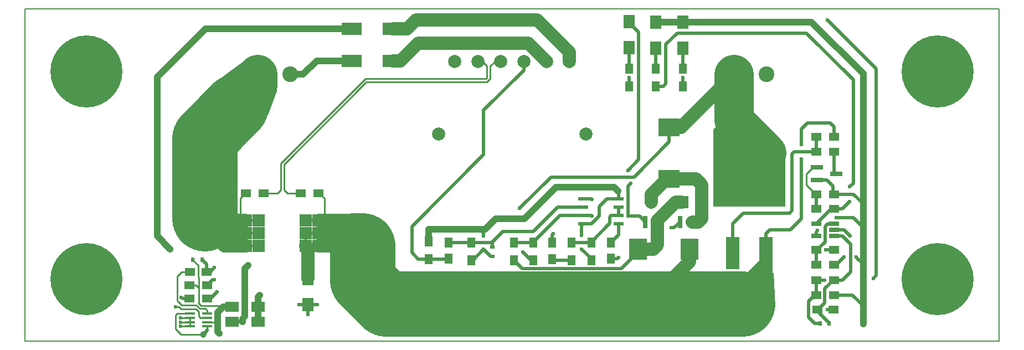
<source format=gbr>
G04 #@! TF.FileFunction,Copper,L1,Top,Signal*
%FSLAX46Y46*%
G04 Gerber Fmt 4.6, Leading zero omitted, Abs format (unit mm)*
G04 Created by KiCad (PCBNEW 4.0.4-stable) date Monday, July 17, 2017 'PMt' 04:09:52 PM*
%MOMM*%
%LPD*%
G01*
G04 APERTURE LIST*
%ADD10C,0.100000*%
%ADD11C,0.150000*%
%ADD12R,0.600000X0.700000*%
%ADD13R,0.700000X0.600000*%
%ADD14R,1.560000X0.400000*%
%ADD15R,2.000000X1.600000*%
%ADD16R,1.500000X1.250000*%
%ADD17R,1.250000X1.500000*%
%ADD18R,1.700000X2.000000*%
%ADD19C,2.000000*%
%ADD20R,1.900000X0.800000*%
%ADD21R,0.800000X1.900000*%
%ADD22R,1.500000X1.300000*%
%ADD23R,1.970000X1.946000*%
%ADD24R,2.700000X3.200000*%
%ADD25R,1.300000X1.500000*%
%ADD26R,3.200000X2.700000*%
%ADD27R,1.550000X0.600000*%
%ADD28R,1.560000X0.650000*%
%ADD29R,3.150000X1.960000*%
%ADD30C,2.400000*%
%ADD31R,1.000000X1.000000*%
%ADD32R,2.032000X5.000000*%
%ADD33C,11.000000*%
%ADD34C,0.700000*%
%ADD35C,1.000000*%
%ADD36C,0.600000*%
%ADD37C,0.500000*%
%ADD38C,1.000000*%
%ADD39C,0.250000*%
%ADD40C,2.000000*%
%ADD41C,10.000000*%
%ADD42C,6.000000*%
%ADD43C,0.254000*%
%ADD44C,0.025400*%
G04 APERTURE END LIST*
D10*
D11*
X0Y-50800000D02*
X148971000Y-50800000D01*
X0Y0D02*
X0Y-50800000D01*
X148971000Y0D02*
X148971000Y-50800000D01*
X0Y0D02*
X148971000Y0D01*
D12*
X121550000Y-48050000D03*
X122950000Y-48050000D03*
D13*
X71500000Y-36400000D03*
X71500000Y-37800000D03*
D12*
X27100000Y-38350000D03*
X25700000Y-38350000D03*
D14*
X25200000Y-46570000D03*
X25200000Y-47220000D03*
X25200000Y-47880000D03*
X25200000Y-48530000D03*
X27900000Y-48530000D03*
X27900000Y-47880000D03*
X27900000Y-47220000D03*
X27900000Y-46570000D03*
D15*
X31650000Y-45550000D03*
X35650000Y-45550000D03*
X31650000Y-47800000D03*
X35650000Y-47800000D03*
D16*
X25250000Y-40200000D03*
X27750000Y-40200000D03*
D17*
X64800000Y-35700000D03*
X64800000Y-38200000D03*
X80650000Y-35750000D03*
X80650000Y-38250000D03*
X89550000Y-38200000D03*
X89550000Y-35700000D03*
D16*
X121150000Y-46000000D03*
X123650000Y-46000000D03*
D18*
X100550000Y-6000000D03*
X100550000Y-2000000D03*
X96450000Y-6000000D03*
X96450000Y-2000000D03*
X92350000Y-5950000D03*
X92350000Y-1950000D03*
D19*
X83250000Y-8000000D03*
X79750000Y-8000000D03*
X76250000Y-8000000D03*
X72750000Y-8000000D03*
X69250000Y-8000000D03*
X65750000Y-8000000D03*
D20*
X121050000Y-24250000D03*
X121050000Y-26150000D03*
X124050000Y-25200000D03*
D21*
X94800000Y-32550000D03*
X96700000Y-32550000D03*
X95750000Y-29550000D03*
X100150000Y-32550000D03*
X102050000Y-32550000D03*
X101100000Y-29550000D03*
D22*
X36500000Y-28200000D03*
X33800000Y-28200000D03*
X42200000Y-28150000D03*
X44900000Y-28150000D03*
D23*
X35760000Y-34250000D03*
X33790000Y-34250000D03*
X33790000Y-36196000D03*
X35760000Y-36196000D03*
X35760000Y-32304000D03*
X33790000Y-32304000D03*
X44910000Y-34250000D03*
X42940000Y-34250000D03*
X42940000Y-36196000D03*
X44910000Y-36196000D03*
X44910000Y-32304000D03*
X42940000Y-32304000D03*
D22*
X123700000Y-30600000D03*
X121000000Y-30600000D03*
D24*
X93700000Y-36700000D03*
X101600000Y-36700000D03*
D22*
X121000000Y-28350000D03*
X123700000Y-28350000D03*
X123700000Y-21850000D03*
X121000000Y-21850000D03*
D25*
X100550000Y-11850000D03*
X100550000Y-9150000D03*
D22*
X25150000Y-42250000D03*
X27850000Y-42250000D03*
D25*
X74750000Y-35700000D03*
X74750000Y-38400000D03*
D22*
X25150000Y-44300000D03*
X27850000Y-44300000D03*
D25*
X77750000Y-35700000D03*
X77750000Y-38400000D03*
D22*
X121000000Y-19550000D03*
X123700000Y-19550000D03*
D25*
X92350000Y-11850000D03*
X92350000Y-9150000D03*
D26*
X98500000Y-18100000D03*
X98500000Y-26000000D03*
D25*
X96450000Y-11850000D03*
X96450000Y-9150000D03*
X61750000Y-35550000D03*
X61750000Y-38250000D03*
X68250000Y-38400000D03*
X68250000Y-35700000D03*
X86600000Y-38400000D03*
X86600000Y-35700000D03*
X83600000Y-35700000D03*
X83600000Y-38400000D03*
D22*
X123700000Y-43750000D03*
X121000000Y-43750000D03*
X123700000Y-41450000D03*
X121000000Y-41450000D03*
X123700000Y-39150000D03*
X121000000Y-39150000D03*
X121000000Y-36850000D03*
X123700000Y-36850000D03*
D27*
X85350000Y-29045000D03*
X85350000Y-30315000D03*
X85350000Y-31585000D03*
X85350000Y-32855000D03*
X90750000Y-32855000D03*
X90750000Y-31585000D03*
X90750000Y-30315000D03*
X90750000Y-29045000D03*
D28*
X123700000Y-34750000D03*
X123700000Y-33800000D03*
X123700000Y-32850000D03*
X121000000Y-32850000D03*
X121000000Y-34750000D03*
D29*
X50000000Y-7955000D03*
X50000000Y-3045000D03*
X56200000Y-3045000D03*
X56200000Y-7955000D03*
D19*
X63250000Y-19150000D03*
X85750000Y-19150000D03*
D30*
X40600000Y-10000000D03*
X35600000Y-10000000D03*
X113400000Y-10000000D03*
X108400000Y-10000000D03*
D31*
X105760000Y-22935000D03*
X106760000Y-22935000D03*
X106760000Y-23935000D03*
X105760000Y-23935000D03*
X107760000Y-23935000D03*
X108760000Y-23935000D03*
X108760000Y-22935000D03*
X107760000Y-22935000D03*
X111760000Y-22935000D03*
X112760000Y-22935000D03*
X112760000Y-23935000D03*
X111760000Y-23935000D03*
X109760000Y-23935000D03*
X110760000Y-23935000D03*
X110760000Y-22935000D03*
X109760000Y-22935000D03*
X113760000Y-22935000D03*
X113760000Y-23935000D03*
X114760000Y-23935000D03*
X115760000Y-23935000D03*
X115760000Y-22935000D03*
X114760000Y-22935000D03*
X114760000Y-24935000D03*
X115760000Y-24935000D03*
X115760000Y-25935000D03*
X114760000Y-25935000D03*
X113760000Y-25935000D03*
X113760000Y-24935000D03*
X109760000Y-24935000D03*
X110760000Y-24935000D03*
X110760000Y-25935000D03*
X109760000Y-25935000D03*
X111760000Y-25935000D03*
X112760000Y-25935000D03*
X112760000Y-24935000D03*
X111760000Y-24935000D03*
X107760000Y-24935000D03*
X108760000Y-24935000D03*
X108760000Y-25935000D03*
X107760000Y-25935000D03*
X105760000Y-25935000D03*
X106760000Y-25935000D03*
X106760000Y-24935000D03*
X105760000Y-24935000D03*
D32*
X108220000Y-37350000D03*
X113300000Y-37350000D03*
D31*
X105760000Y-27705000D03*
X105760000Y-26925000D03*
X106760000Y-26925000D03*
X106760000Y-27705000D03*
X107760000Y-27705000D03*
X108760000Y-27705000D03*
X108760000Y-26925000D03*
X109760000Y-27705000D03*
X110760000Y-26925000D03*
X107760000Y-26925000D03*
X110760000Y-27705000D03*
X109760000Y-26925000D03*
X109760000Y-28705000D03*
X110760000Y-28705000D03*
X110760000Y-29705000D03*
X109760000Y-29705000D03*
X111760000Y-29705000D03*
X108760000Y-28705000D03*
X111760000Y-28705000D03*
X108760000Y-29705000D03*
X114760000Y-27705000D03*
X115760000Y-27705000D03*
X115760000Y-26925000D03*
X114760000Y-28705000D03*
X114760000Y-26925000D03*
X115760000Y-28705000D03*
X107760000Y-29705000D03*
X105760000Y-29705000D03*
X106760000Y-29705000D03*
X106760000Y-28705000D03*
X107760000Y-28705000D03*
X105760000Y-28705000D03*
X112760000Y-29705000D03*
X113760000Y-28705000D03*
X115760000Y-29705000D03*
X114760000Y-29705000D03*
X113760000Y-29705000D03*
X112760000Y-28705000D03*
X112760000Y-26925000D03*
X111760000Y-27705000D03*
X113760000Y-26925000D03*
X113760000Y-27705000D03*
X112760000Y-27705000D03*
X111760000Y-26925000D03*
D18*
X43300000Y-41200000D03*
X43300000Y-45200000D03*
D33*
X9398000Y-9525000D03*
D34*
X13523000Y-9525000D03*
X12324815Y-12451815D03*
X9398000Y-13650000D03*
X6471185Y-12451815D03*
X5273000Y-9525000D03*
X6471185Y-6598185D03*
X9398000Y-5400000D03*
X12324815Y-6598185D03*
D33*
X139573000Y-9525000D03*
D34*
X143698000Y-9525000D03*
X142499815Y-12451815D03*
X139573000Y-13650000D03*
X136646185Y-12451815D03*
X135448000Y-9525000D03*
X136646185Y-6598185D03*
X139573000Y-5400000D03*
X142499815Y-6598185D03*
D33*
X139573000Y-41275000D03*
D34*
X143698000Y-41275000D03*
X142499815Y-44201815D03*
X139573000Y-45400000D03*
X136646185Y-44201815D03*
X135448000Y-41275000D03*
X136646185Y-38348185D03*
X139573000Y-37150000D03*
X142499815Y-38348185D03*
D33*
X9398000Y-41275000D03*
D34*
X13523000Y-41275000D03*
X12324815Y-44201815D03*
X9398000Y-45400000D03*
X6471185Y-44201815D03*
X5273000Y-41275000D03*
X6471185Y-38348185D03*
X9398000Y-37150000D03*
X12324815Y-38348185D03*
D35*
X29750000Y-49650000D03*
D36*
X85100000Y-34650000D03*
X85100000Y-36700000D03*
X70150000Y-34700000D03*
X70150000Y-36750000D03*
D35*
X61750000Y-33700000D03*
X128150000Y-48200000D03*
D36*
X127050000Y-37950000D03*
X125250000Y-37950000D03*
X124050000Y-31950000D03*
X121200000Y-33900000D03*
X118700000Y-20700000D03*
X118700000Y-22950000D03*
D35*
X27300000Y-49800000D03*
D36*
X33250000Y-47800000D03*
D35*
X34150000Y-39200000D03*
X22150000Y-36700000D03*
D36*
X122300000Y-41450000D03*
X129700000Y-41200000D03*
X122700000Y-1700000D03*
X92200000Y-24700000D03*
X92600000Y-26700000D03*
X98850000Y-33450000D03*
X92200000Y-31700000D03*
X86700000Y-31650000D03*
X126100000Y-29500000D03*
X126100000Y-27200000D03*
X23050000Y-45550000D03*
X29000000Y-41400000D03*
X23900000Y-44100000D03*
X75650000Y-30500000D03*
X76150000Y-37200000D03*
D35*
X35900000Y-43800000D03*
D36*
X23800000Y-48550000D03*
X23800000Y-47900000D03*
X23800000Y-47250000D03*
X44700000Y-45200000D03*
X41900000Y-45200000D03*
X29400000Y-43250000D03*
X29000000Y-39550000D03*
X43300000Y-46700000D03*
X100550000Y-10500000D03*
X92350000Y-10500000D03*
X122650000Y-46000000D03*
X122450000Y-36850000D03*
X126150000Y-34700000D03*
X86700000Y-29100000D03*
X90800000Y-38000000D03*
X80800000Y-34400000D03*
D37*
X121050000Y-26150000D02*
X122600000Y-26150000D01*
X122600000Y-26150000D02*
X123550000Y-27100000D01*
X123550000Y-27100000D02*
X123550000Y-28200000D01*
X123550000Y-28200000D02*
X123700000Y-28350000D01*
D38*
X29450000Y-47750000D02*
X29450000Y-48500000D01*
X29450000Y-48500000D02*
X29450000Y-49350000D01*
D39*
X27900000Y-47880000D02*
X28930000Y-47880000D01*
X28930000Y-47880000D02*
X29450000Y-48400000D01*
X29450000Y-48400000D02*
X29450000Y-48500000D01*
X26914998Y-45350000D02*
X30100000Y-45350000D01*
X30100000Y-45350000D02*
X30300000Y-45550000D01*
X26774999Y-45188589D02*
X26774999Y-45210001D01*
X26774999Y-45210001D02*
X26914998Y-45350000D01*
D38*
X29450000Y-46400000D02*
X29450000Y-47750000D01*
X31650000Y-45550000D02*
X30300000Y-45550000D01*
X30300000Y-45550000D02*
X29450000Y-46400000D01*
X29450000Y-49350000D02*
X29750000Y-49650000D01*
D39*
X26550000Y-44950000D02*
X26550000Y-42650000D01*
X26550000Y-42650000D02*
X26550000Y-41050000D01*
X26150000Y-42250000D02*
X26550000Y-42650000D01*
X26774999Y-45188589D02*
X26543205Y-44956795D01*
X26543205Y-44956795D02*
X26550000Y-44950000D01*
X26550000Y-41050000D02*
X26500000Y-41000000D01*
X26500000Y-41000000D02*
X26500000Y-39200000D01*
X26500000Y-39200000D02*
X25700000Y-38400000D01*
X25700000Y-38400000D02*
X25700000Y-38350000D01*
D37*
X85100000Y-34650000D02*
X85100000Y-33105000D01*
X85100000Y-33105000D02*
X85350000Y-32855000D01*
X86600000Y-38400000D02*
X86600000Y-38200000D01*
X86600000Y-38200000D02*
X85100000Y-36700000D01*
X87800000Y-30250000D02*
X89005000Y-29045000D01*
X89005000Y-29045000D02*
X90750000Y-29045000D01*
X87800000Y-31680000D02*
X87800000Y-30250000D01*
X85350000Y-32855000D02*
X86625000Y-32855000D01*
X86625000Y-32855000D02*
X87800000Y-31680000D01*
X68250000Y-38400000D02*
X68500000Y-38400000D01*
X68500000Y-38400000D02*
X70150000Y-36750000D01*
D38*
X61750000Y-33700000D02*
X68400000Y-33700000D01*
X68400000Y-33700000D02*
X70350000Y-33700000D01*
D37*
X70150000Y-34700000D02*
X70150000Y-34275736D01*
X70150000Y-34275736D02*
X69574264Y-33700000D01*
X69574264Y-33700000D02*
X68400000Y-33700000D01*
X71500000Y-37800000D02*
X71200000Y-37800000D01*
X71200000Y-37800000D02*
X70150000Y-36750000D01*
X90750000Y-29045000D02*
X90750000Y-27950000D01*
X90750000Y-27950000D02*
X90650000Y-27850000D01*
D38*
X90050000Y-27250000D02*
X90650000Y-27850000D01*
X81200000Y-27250000D02*
X90050000Y-27250000D01*
X76400000Y-32050000D02*
X81200000Y-27250000D01*
X72000000Y-32050000D02*
X76400000Y-32050000D01*
X70350000Y-33700000D02*
X72000000Y-32050000D01*
X61750000Y-35550000D02*
X61750000Y-33700000D01*
D39*
X25150000Y-42250000D02*
X26150000Y-42250000D01*
D38*
X128150000Y-26750000D02*
X128150000Y-29800000D01*
X128150000Y-29800000D02*
X128150000Y-30400000D01*
D37*
X123700000Y-28350000D02*
X126700000Y-28350000D01*
X126700000Y-28350000D02*
X128150000Y-29800000D01*
D38*
X128150000Y-30400000D02*
X128150000Y-33450000D01*
X128150000Y-33450000D02*
X128150000Y-36800000D01*
D37*
X124050000Y-31950000D02*
X126650000Y-31950000D01*
X126650000Y-31950000D02*
X128150000Y-33450000D01*
D38*
X128150000Y-48200000D02*
X128150000Y-45400000D01*
X128150000Y-45400000D02*
X128150000Y-41450000D01*
D37*
X123700000Y-43750000D02*
X126500000Y-43750000D01*
X126500000Y-43750000D02*
X128150000Y-45400000D01*
D38*
X128150000Y-36800000D02*
X128150000Y-39050000D01*
X128150000Y-39050000D02*
X128150000Y-41450000D01*
D37*
X127050000Y-37950000D02*
X127349999Y-38249999D01*
X127349999Y-38249999D02*
X128150000Y-39050000D01*
D38*
X128150000Y-9900000D02*
X128150000Y-26750000D01*
D37*
X121000000Y-34750000D02*
X121000000Y-34100000D01*
X121000000Y-34100000D02*
X121200000Y-33900000D01*
X128150000Y-37100000D02*
X128150000Y-36800000D01*
X123700000Y-39150000D02*
X124050000Y-39150000D01*
X124050000Y-39150000D02*
X125250000Y-37950000D01*
D38*
X120250000Y-2000000D02*
X128150000Y-9900000D01*
X115500000Y-2000000D02*
X120250000Y-2000000D01*
X102400000Y-2000000D02*
X115500000Y-2000000D01*
X100550000Y-2000000D02*
X102400000Y-2000000D01*
X96450000Y-2000000D02*
X100550000Y-2000000D01*
D37*
X113300000Y-34350000D02*
X113300000Y-37350000D01*
X113900000Y-33750000D02*
X113300000Y-34350000D01*
X117050000Y-33750000D02*
X113900000Y-33750000D01*
X118700000Y-32100000D02*
X117050000Y-33750000D01*
X118700000Y-22950000D02*
X118700000Y-32100000D01*
D40*
X43300000Y-41200000D02*
X43300000Y-36556000D01*
X43300000Y-36556000D02*
X42940000Y-36196000D01*
D41*
X91600000Y-45150000D02*
X98900000Y-45150000D01*
D40*
X101600000Y-38650000D02*
X98900000Y-41350000D01*
D41*
X98900000Y-45150000D02*
X109700000Y-45150000D01*
D40*
X98900000Y-41350000D02*
X98900000Y-45150000D01*
X101600000Y-36700000D02*
X101600000Y-38650000D01*
D37*
X123100000Y-17400000D02*
X123700000Y-18000000D01*
X123700000Y-18000000D02*
X123700000Y-19550000D01*
X119650000Y-17400000D02*
X123100000Y-17400000D01*
X118700000Y-18350000D02*
X119650000Y-17400000D01*
X118700000Y-20700000D02*
X118700000Y-18350000D01*
D40*
X113300000Y-38834000D02*
X113300000Y-41600000D01*
X113300000Y-37350000D02*
X113300000Y-38834000D01*
X113300000Y-38834000D02*
X109700000Y-42434000D01*
X109700000Y-42434000D02*
X109700000Y-45150000D01*
D41*
X55200000Y-45150000D02*
X91600000Y-45150000D01*
X51650000Y-41600000D02*
X55200000Y-45150000D01*
X51650000Y-36200000D02*
X51650000Y-41600000D01*
X51650000Y-36200000D02*
X51650000Y-40800000D01*
D39*
X44910000Y-32304000D02*
X44910000Y-32190000D01*
X44910000Y-32190000D02*
X45800000Y-31300000D01*
X45800000Y-31300000D02*
X45800000Y-28950000D01*
X45800000Y-28950000D02*
X45000000Y-28150000D01*
X45000000Y-28150000D02*
X44900000Y-28150000D01*
D40*
X44910000Y-34250000D02*
X49700000Y-34250000D01*
X49700000Y-34250000D02*
X51650000Y-36200000D01*
X44910000Y-32304000D02*
X47895000Y-32304000D01*
X47895000Y-32304000D02*
X51650000Y-36059000D01*
X51650000Y-36059000D02*
X51650000Y-36200000D01*
D41*
X51650000Y-36200000D02*
X51650000Y-40700000D01*
D40*
X50650000Y-36200000D02*
X51650000Y-36200000D01*
X47899000Y-36200000D02*
X50650000Y-36200000D01*
X44910000Y-36196000D02*
X47895000Y-36196000D01*
X47895000Y-36196000D02*
X47899000Y-36200000D01*
D38*
X33250000Y-47800000D02*
X33250000Y-47375736D01*
X33250000Y-47375736D02*
X33650001Y-46975735D01*
X33650001Y-46975735D02*
X33650001Y-39699999D01*
X33650001Y-39699999D02*
X34150000Y-39200000D01*
D37*
X27900000Y-48980000D02*
X27900000Y-49200000D01*
X27900000Y-49200000D02*
X27300000Y-49800000D01*
D39*
X27900000Y-48530000D02*
X27900000Y-48980000D01*
X23050000Y-46850000D02*
X23330000Y-46570000D01*
X23330000Y-46570000D02*
X25200000Y-46570000D01*
X23050000Y-48950000D02*
X23050000Y-46850000D01*
X23900000Y-49800000D02*
X23050000Y-48950000D01*
X27300000Y-49800000D02*
X23900000Y-49800000D01*
D37*
X31650000Y-47800000D02*
X33250000Y-47800000D01*
D38*
X20200000Y-34750000D02*
X22150000Y-36700000D01*
X20200000Y-10450000D02*
X20200000Y-34750000D01*
X27605000Y-3045000D02*
X20200000Y-10450000D01*
X50000000Y-3045000D02*
X27605000Y-3045000D01*
D39*
X27900000Y-46570000D02*
X27900000Y-46120000D01*
X27900000Y-46120000D02*
X27580010Y-45800010D01*
X27580010Y-45800010D02*
X26728598Y-45800010D01*
X26728598Y-45800010D02*
X26203589Y-45275001D01*
X23274999Y-44624999D02*
X23925001Y-45275001D01*
X23925001Y-45275001D02*
X26203589Y-45275001D01*
X23274999Y-40925001D02*
X23274999Y-44624999D01*
X23274999Y-40925001D02*
X24000000Y-40200000D01*
X24000000Y-40200000D02*
X25250000Y-40200000D01*
D37*
X68250000Y-35700000D02*
X64800000Y-35700000D01*
X68250000Y-35700000D02*
X71400000Y-35700000D01*
X71400000Y-35700000D02*
X71500000Y-35600000D01*
X71500000Y-36400000D02*
X71500000Y-35600000D01*
X77750000Y-34050000D02*
X81485000Y-30315000D01*
X71500000Y-35600000D02*
X73050000Y-34050000D01*
X73050000Y-34050000D02*
X77750000Y-34050000D01*
X81485000Y-30315000D02*
X85350000Y-30315000D01*
X122300000Y-41450000D02*
X121000000Y-41450000D01*
X130150000Y-40750000D02*
X129700000Y-41200000D01*
X130150000Y-9150000D02*
X130150000Y-40750000D01*
X122700000Y-1700000D02*
X130150000Y-9150000D01*
X76250000Y-8000000D02*
X76250000Y-9414213D01*
X76250000Y-9414213D02*
X70150000Y-15514213D01*
X70150000Y-15514213D02*
X70150000Y-22250000D01*
X59150000Y-37250000D02*
X60150000Y-38250000D01*
X70150000Y-22250000D02*
X59150000Y-33250000D01*
X59150000Y-33250000D02*
X59150000Y-37250000D01*
X60150000Y-38250000D02*
X61750000Y-38250000D01*
X61750000Y-38250000D02*
X64750000Y-38250000D01*
X64750000Y-38250000D02*
X64800000Y-38200000D01*
X121000000Y-43750000D02*
X120750000Y-43750000D01*
X120750000Y-43750000D02*
X119800000Y-44700000D01*
X119800000Y-44700000D02*
X119800000Y-47150000D01*
X119800000Y-47150000D02*
X120700000Y-48050000D01*
X120700000Y-48050000D02*
X121550000Y-48050000D01*
X121000000Y-41450000D02*
X121000000Y-43750000D01*
X83600000Y-38400000D02*
X80800000Y-38400000D01*
X80800000Y-38400000D02*
X80650000Y-38250000D01*
X90750000Y-32855000D02*
X90750000Y-34500000D01*
X90750000Y-34500000D02*
X89550000Y-35700000D01*
X121400000Y-46000000D02*
X121400000Y-46450000D01*
X121400000Y-46450000D02*
X122950000Y-48000000D01*
X122950000Y-48000000D02*
X122950000Y-48050000D01*
X121150000Y-46000000D02*
X121400000Y-46000000D01*
X122300000Y-44975000D02*
X122300000Y-42750000D01*
X122300000Y-42750000D02*
X123600000Y-41450000D01*
X123600000Y-41450000D02*
X123700000Y-41450000D01*
X121150000Y-46000000D02*
X121275000Y-46000000D01*
X121275000Y-46000000D02*
X122300000Y-44975000D01*
X126250000Y-40200000D02*
X125000000Y-41450000D01*
X125000000Y-41450000D02*
X123700000Y-41450000D01*
X126250000Y-36020000D02*
X126250000Y-40200000D01*
X123700000Y-34750000D02*
X124980000Y-34750000D01*
X124980000Y-34750000D02*
X126250000Y-36020000D01*
X123700000Y-34750000D02*
X124155000Y-34750000D01*
X100550000Y-6000000D02*
X100550000Y-9150000D01*
X96450000Y-6000000D02*
X96450000Y-9150000D01*
X92350000Y-5950000D02*
X92350000Y-9150000D01*
X92200000Y-24700000D02*
X93850000Y-23050000D01*
X93850000Y-23050000D02*
X93850000Y-3550000D01*
X92350000Y-2100000D02*
X92350000Y-1950000D01*
X93850000Y-3550000D02*
X93800000Y-3550000D01*
X93800000Y-3550000D02*
X92350000Y-2100000D01*
X92200000Y-31700000D02*
X92200000Y-27100000D01*
X92200000Y-27100000D02*
X92600000Y-26700000D01*
X77750000Y-35700000D02*
X77750000Y-35600000D01*
X77750000Y-35600000D02*
X81765000Y-31585000D01*
X81765000Y-31585000D02*
X85350000Y-31585000D01*
X74750000Y-35700000D02*
X77750000Y-35700000D01*
X98850000Y-33450000D02*
X99250000Y-33450000D01*
X99250000Y-33450000D02*
X100150000Y-32550000D01*
X92200000Y-31700000D02*
X93950000Y-31700000D01*
X93950000Y-31700000D02*
X94800000Y-32550000D01*
X85350000Y-31585000D02*
X86635000Y-31585000D01*
X86635000Y-31585000D02*
X86700000Y-31650000D01*
D39*
X42200000Y-28150000D02*
X40100000Y-28150000D01*
X39650000Y-23750000D02*
X52200000Y-11200000D01*
X70650000Y-11200000D02*
X71150000Y-10700000D01*
X40100000Y-28150000D02*
X39650000Y-27700000D01*
X39650000Y-27700000D02*
X39650000Y-23750000D01*
X52200000Y-11200000D02*
X70650000Y-11200000D01*
X71150000Y-10700000D02*
X71150000Y-8700000D01*
X71150000Y-8700000D02*
X71850000Y-8000000D01*
X71850000Y-8000000D02*
X72750000Y-8000000D01*
X36500000Y-28200000D02*
X38650000Y-28200000D01*
X70650000Y-8700000D02*
X69950000Y-8000000D01*
X38650000Y-28200000D02*
X39150000Y-27700000D01*
X39150000Y-27700000D02*
X39150000Y-23613590D01*
X52063590Y-10700000D02*
X70500000Y-10700000D01*
X39150000Y-23613590D02*
X52063590Y-10700000D01*
X70500000Y-10700000D02*
X70650000Y-10550000D01*
X70650000Y-10550000D02*
X70650000Y-8700000D01*
X69950000Y-8000000D02*
X69250000Y-8000000D01*
D37*
X123700000Y-21850000D02*
X123700000Y-24850000D01*
X123700000Y-24850000D02*
X124050000Y-25200000D01*
D39*
X33790000Y-32304000D02*
X33790000Y-32190000D01*
X33790000Y-32190000D02*
X32950000Y-31350000D01*
X32950000Y-31350000D02*
X32950000Y-28950000D01*
X32950000Y-28950000D02*
X33700000Y-28200000D01*
X33700000Y-28200000D02*
X33800000Y-28200000D01*
D40*
X27500000Y-19800000D02*
X27500000Y-18100000D01*
X29650000Y-35350000D02*
X30496000Y-36196000D01*
X30496000Y-36196000D02*
X33790000Y-36196000D01*
X29650000Y-34250000D02*
X29650000Y-35350000D01*
X27500000Y-32100000D02*
X29650000Y-34250000D01*
X29650000Y-34250000D02*
X33790000Y-34250000D01*
X27500000Y-32100000D02*
X27704000Y-32304000D01*
X27704000Y-32304000D02*
X33790000Y-32304000D01*
D41*
X27500000Y-19800000D02*
X27500000Y-32100000D01*
X32297056Y-15002944D02*
X27500000Y-19800000D01*
X32297056Y-15000000D02*
X32297056Y-15002944D01*
D42*
X35600000Y-10000000D02*
X35600000Y-11697056D01*
X35600000Y-11697056D02*
X32297056Y-15000000D01*
D37*
X125000000Y-30600000D02*
X123700000Y-30600000D01*
X126100000Y-29500000D02*
X125000000Y-30600000D01*
X126650000Y-10850000D02*
X126650000Y-26650000D01*
X126650000Y-26650000D02*
X126100000Y-27200000D01*
X119500000Y-3700000D02*
X126650000Y-10850000D01*
X99750000Y-3700000D02*
X119500000Y-3700000D01*
X98000000Y-5450000D02*
X99750000Y-3700000D01*
X98000000Y-11450000D02*
X98000000Y-5450000D01*
X96450000Y-11850000D02*
X97600000Y-11850000D01*
X97600000Y-11850000D02*
X98000000Y-11450000D01*
X123700000Y-30600000D02*
X123250000Y-30600000D01*
X123250000Y-30600000D02*
X121000000Y-32850000D01*
D38*
X123600000Y-30600000D02*
X123700000Y-30600000D01*
D39*
X26600000Y-46307822D02*
X26600000Y-46950000D01*
X26600000Y-46950000D02*
X26870000Y-47220000D01*
X26870000Y-47220000D02*
X27900000Y-47220000D01*
X26142178Y-45850000D02*
X26600000Y-46307822D01*
X23863590Y-45850000D02*
X26142178Y-45850000D01*
X23050000Y-45550000D02*
X23563590Y-45550000D01*
X23563590Y-45550000D02*
X23863590Y-45850000D01*
X25250000Y-44300000D02*
X25150000Y-44300000D01*
D37*
X29000000Y-41400000D02*
X28700000Y-41400000D01*
X28700000Y-41400000D02*
X27850000Y-42250000D01*
X25150000Y-44300000D02*
X24100000Y-44300000D01*
X24100000Y-44300000D02*
X23900000Y-44100000D01*
X25150000Y-44300000D02*
X25200000Y-44300000D01*
X27700000Y-42250000D02*
X27850000Y-42250000D01*
X75650000Y-30500000D02*
X80450000Y-25700000D01*
X80450000Y-25700000D02*
X93150000Y-25700000D01*
X93150000Y-25700000D02*
X98500000Y-20350000D01*
X98500000Y-20350000D02*
X98500000Y-18100000D01*
X77750000Y-38400000D02*
X77350000Y-38400000D01*
X77350000Y-38400000D02*
X76150000Y-37200000D01*
D40*
X98500000Y-18100000D02*
X100300000Y-18100000D01*
X100300000Y-18100000D02*
X108400000Y-10000000D01*
X108760000Y-22935000D02*
X108760000Y-17410000D01*
X108760000Y-17410000D02*
X108400000Y-17050000D01*
X107760000Y-22935000D02*
X107760000Y-17690000D01*
X107760000Y-17690000D02*
X108400000Y-17050000D01*
X106760000Y-22935000D02*
X106760000Y-18690000D01*
X106760000Y-18690000D02*
X108400000Y-17050000D01*
D38*
X105750000Y-18650000D02*
X106800000Y-18650000D01*
X106800000Y-18650000D02*
X108400000Y-17050000D01*
X105750000Y-21425000D02*
X105750000Y-18650000D01*
X105760000Y-22935000D02*
X105760000Y-21435000D01*
X105760000Y-21435000D02*
X105750000Y-21425000D01*
D40*
X113350000Y-22000000D02*
X114325000Y-22000000D01*
X114325000Y-22000000D02*
X114760000Y-22435000D01*
X114760000Y-22435000D02*
X114760000Y-24425000D01*
X114760000Y-24425000D02*
X114760000Y-26925000D01*
D42*
X108400000Y-17050000D02*
X113350000Y-22000000D01*
X108400000Y-14800000D02*
X108400000Y-17050000D01*
X108400000Y-11697056D02*
X108400000Y-14800000D01*
X108400000Y-10000000D02*
X108400000Y-11697056D01*
D37*
X83600000Y-35700000D02*
X86600000Y-35700000D01*
X90750000Y-30315000D02*
X90750000Y-31585000D01*
X89600000Y-31600000D02*
X90735000Y-31600000D01*
X90735000Y-31600000D02*
X90750000Y-31585000D01*
X89400000Y-31800000D02*
X89600000Y-31600000D01*
X89400000Y-32800000D02*
X89400000Y-31800000D01*
X86600000Y-35700000D02*
X86600000Y-35600000D01*
X86600000Y-35600000D02*
X89400000Y-32800000D01*
X122350000Y-33234998D02*
X122350000Y-35600000D01*
X122350000Y-35600000D02*
X121100000Y-36850000D01*
X121100000Y-36850000D02*
X121000000Y-36850000D01*
X123700000Y-32850000D02*
X122734998Y-32850000D01*
X122734998Y-32850000D02*
X122350000Y-33234998D01*
X121000000Y-36850000D02*
X121000000Y-39150000D01*
D40*
X56200000Y-3045000D02*
X58405000Y-3045000D01*
X59750000Y-1700000D02*
X78364213Y-1700000D01*
X58405000Y-3045000D02*
X59750000Y-1700000D01*
X78364213Y-1700000D02*
X83250000Y-6585787D01*
X83250000Y-6585787D02*
X83250000Y-8000000D01*
X60154990Y-5245010D02*
X76995010Y-5245010D01*
X76995010Y-5245010D02*
X79750000Y-8000000D01*
X57445000Y-7955000D02*
X60154990Y-5245010D01*
X56200000Y-7955000D02*
X57445000Y-7955000D01*
D38*
X44600000Y-7950000D02*
X44605000Y-7955000D01*
X44605000Y-7955000D02*
X50000000Y-7955000D01*
X42550000Y-10000000D02*
X44600000Y-7950000D01*
X40600000Y-10000000D02*
X42550000Y-10000000D01*
D37*
X121000000Y-21850000D02*
X117650000Y-21850000D01*
X117650000Y-21850000D02*
X117300000Y-22200000D01*
X109850000Y-31200000D02*
X108220000Y-32830000D01*
X117300000Y-22200000D02*
X117300000Y-30850000D01*
X117300000Y-30850000D02*
X116950000Y-31200000D01*
X116950000Y-31200000D02*
X109850000Y-31200000D01*
X108220000Y-32830000D02*
X108220000Y-37350000D01*
X121000000Y-19550000D02*
X121000000Y-21850000D01*
D38*
X108200000Y-37330000D02*
X108220000Y-37350000D01*
D37*
X74750000Y-38400000D02*
X76049990Y-39699990D01*
X93700000Y-37150000D02*
X93700000Y-36700000D01*
X76049990Y-39699990D02*
X91150010Y-39699990D01*
X91150010Y-39699990D02*
X93700000Y-37150000D01*
X100450000Y-29550000D02*
X101100000Y-29550000D01*
D40*
X99450000Y-29550000D02*
X100450000Y-29550000D01*
X96700000Y-32300000D02*
X99450000Y-29550000D01*
X96700000Y-32550000D02*
X96700000Y-32300000D01*
X96700000Y-32550000D02*
X96700000Y-36100000D01*
X96100000Y-36700000D02*
X93700000Y-36700000D01*
X96700000Y-36100000D02*
X96100000Y-36700000D01*
X95750000Y-28350000D02*
X98100000Y-26000000D01*
X98100000Y-26000000D02*
X98500000Y-26000000D01*
X95750000Y-29550000D02*
X95750000Y-28350000D01*
X102050000Y-32550000D02*
X103000000Y-32550000D01*
X103000000Y-32550000D02*
X103500000Y-32050000D01*
X103500000Y-32050000D02*
X103500000Y-26900000D01*
X103500000Y-26900000D02*
X102600000Y-26000000D01*
X102600000Y-26000000D02*
X98500000Y-26000000D01*
D38*
X35650000Y-45550000D02*
X35650000Y-44050000D01*
X35650000Y-44050000D02*
X35900000Y-43800000D01*
X35650000Y-47800000D02*
X35650000Y-45550000D01*
D39*
X25200000Y-48530000D02*
X23820000Y-48530000D01*
X23820000Y-48380000D02*
X23800000Y-48400000D01*
X25200000Y-47880000D02*
X23820000Y-47880000D01*
X23820000Y-47730000D02*
X23800000Y-47750000D01*
X25200000Y-47220000D02*
X23830000Y-47220000D01*
X23830000Y-47070000D02*
X23800000Y-47100000D01*
X25200000Y-47880000D02*
X25200000Y-47220000D01*
X25200000Y-48530000D02*
X25200000Y-47880000D01*
D37*
X92350000Y-10500000D02*
X92350000Y-11850000D01*
X100550000Y-10500000D02*
X100550000Y-11850000D01*
X43300000Y-45200000D02*
X44700000Y-45200000D01*
X43300000Y-45200000D02*
X41900000Y-45200000D01*
X27100000Y-38350000D02*
X27750000Y-39000000D01*
X27750000Y-39000000D02*
X27750000Y-40200000D01*
X27850000Y-44300000D02*
X28350000Y-44300000D01*
X28350000Y-44300000D02*
X29400000Y-43250000D01*
X27750000Y-40200000D02*
X28350000Y-40200000D01*
X28350000Y-40200000D02*
X29000000Y-39550000D01*
X43300000Y-45200000D02*
X43300000Y-46700000D01*
X123650000Y-46000000D02*
X122650000Y-46000000D01*
X123700000Y-36850000D02*
X122450000Y-36850000D01*
X123700000Y-33800000D02*
X125250000Y-33800000D01*
X125250000Y-33800000D02*
X126150000Y-34700000D01*
X85350000Y-29045000D02*
X86645000Y-29045000D01*
X86645000Y-29045000D02*
X86700000Y-29100000D01*
X89550000Y-38200000D02*
X90600000Y-38200000D01*
X90600000Y-38200000D02*
X90800000Y-38000000D01*
X80650000Y-35750000D02*
X80650000Y-34550000D01*
X80650000Y-34550000D02*
X80800000Y-34400000D01*
D39*
X119500000Y-26950000D02*
X119500000Y-25250000D01*
X119500000Y-25250000D02*
X120500000Y-24250000D01*
X120500000Y-24250000D02*
X121050000Y-24250000D01*
X120900000Y-28350000D02*
X119500000Y-26950000D01*
X121000000Y-28350000D02*
X120900000Y-28350000D01*
D37*
X121000000Y-28350000D02*
X121000000Y-30600000D01*
X121050000Y-28300000D02*
X121000000Y-28350000D01*
D43*
G36*
X35078777Y-8219201D02*
X34605565Y-8415212D01*
X34482430Y-8702825D01*
X35600000Y-9820395D01*
X35614143Y-9806253D01*
X35793748Y-9985858D01*
X35779605Y-10000000D01*
X36897175Y-11117570D01*
X37184788Y-10994435D01*
X37187606Y-10987039D01*
X38356580Y-12521317D01*
X36985825Y-16208178D01*
X29309404Y-11297175D01*
X34482430Y-11297175D01*
X34605565Y-11584788D01*
X35287734Y-11844707D01*
X36017443Y-11823786D01*
X36594435Y-11584788D01*
X36717570Y-11297175D01*
X35600000Y-10179605D01*
X34482430Y-11297175D01*
X29309404Y-11297175D01*
X29224170Y-11242647D01*
X31335779Y-9687734D01*
X33755293Y-9687734D01*
X33776214Y-10417443D01*
X34015212Y-10994435D01*
X34302825Y-11117570D01*
X35420395Y-10000000D01*
X34302825Y-8882430D01*
X34015212Y-9005565D01*
X33755293Y-9687734D01*
X31335779Y-9687734D01*
X34450295Y-7394318D01*
X35078777Y-8219201D01*
X35078777Y-8219201D01*
G37*
X35078777Y-8219201D02*
X34605565Y-8415212D01*
X34482430Y-8702825D01*
X35600000Y-9820395D01*
X35614143Y-9806253D01*
X35793748Y-9985858D01*
X35779605Y-10000000D01*
X36897175Y-11117570D01*
X37184788Y-10994435D01*
X37187606Y-10987039D01*
X38356580Y-12521317D01*
X36985825Y-16208178D01*
X29309404Y-11297175D01*
X34482430Y-11297175D01*
X34605565Y-11584788D01*
X35287734Y-11844707D01*
X36017443Y-11823786D01*
X36594435Y-11584788D01*
X36717570Y-11297175D01*
X35600000Y-10179605D01*
X34482430Y-11297175D01*
X29309404Y-11297175D01*
X29224170Y-11242647D01*
X31335779Y-9687734D01*
X33755293Y-9687734D01*
X33776214Y-10417443D01*
X34015212Y-10994435D01*
X34302825Y-11117570D01*
X35420395Y-10000000D01*
X34302825Y-8882430D01*
X34015212Y-9005565D01*
X33755293Y-9687734D01*
X31335779Y-9687734D01*
X34450295Y-7394318D01*
X35078777Y-8219201D01*
D44*
G36*
X51537300Y-32537300D02*
X47863218Y-32537300D01*
X47912216Y-31312370D01*
X51537300Y-31213052D01*
X51537300Y-32537300D01*
X51537300Y-32537300D01*
G37*
X51537300Y-32537300D02*
X47863218Y-32537300D01*
X47912216Y-31312370D01*
X51537300Y-31213052D01*
X51537300Y-32537300D01*
G36*
X113541300Y-40240525D02*
X113671475Y-40370700D01*
X114397823Y-40370700D01*
X114685075Y-45361703D01*
X112015620Y-42099035D01*
X113541300Y-39677847D01*
X113541300Y-40240525D01*
X113541300Y-40240525D01*
G37*
X113541300Y-40240525D02*
X113671475Y-40370700D01*
X114397823Y-40370700D01*
X114685075Y-45361703D01*
X112015620Y-42099035D01*
X113541300Y-39677847D01*
X113541300Y-40240525D01*
M02*

</source>
